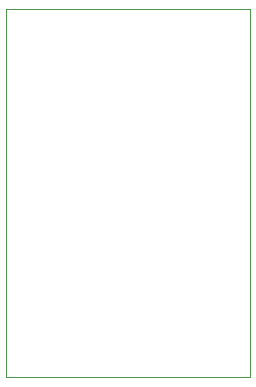
<source format=gbr>
G04 #@! TF.GenerationSoftware,KiCad,Pcbnew,8.0.1*
G04 #@! TF.CreationDate,2025-03-18T21:27:00-06:00*
G04 #@! TF.ProjectId,Temperature_Flex_boost,54656d70-6572-4617-9475-72655f466c65,rev?*
G04 #@! TF.SameCoordinates,Original*
G04 #@! TF.FileFunction,Profile,NP*
%FSLAX46Y46*%
G04 Gerber Fmt 4.6, Leading zero omitted, Abs format (unit mm)*
G04 Created by KiCad (PCBNEW 8.0.1) date 2025-03-18 21:27:00*
%MOMM*%
%LPD*%
G01*
G04 APERTURE LIST*
G04 #@! TA.AperFunction,Profile*
%ADD10C,0.050000*%
G04 #@! TD*
G04 APERTURE END LIST*
D10*
X181250000Y-45760000D02*
X201870000Y-45760000D01*
X201870000Y-76930000D01*
X181250000Y-76930000D01*
X181250000Y-45760000D01*
M02*

</source>
